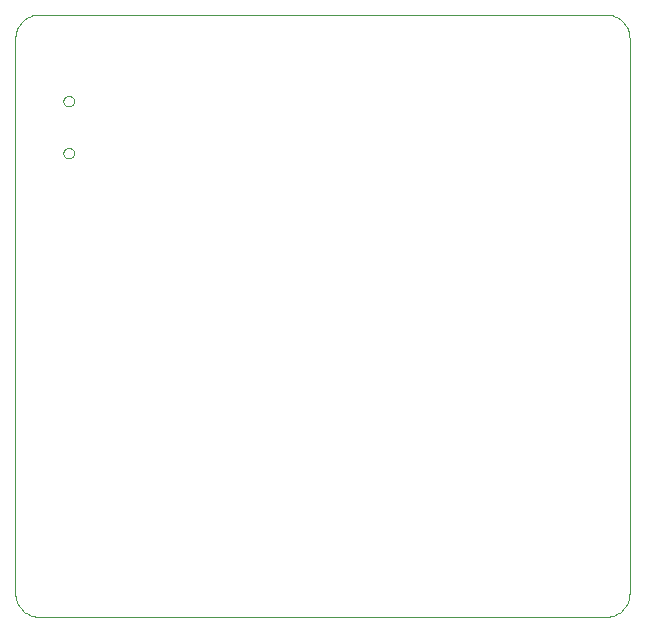
<source format=gko>
G75*
G70*
%OFA0B0*%
%FSLAX24Y24*%
%IPPOS*%
%LPD*%
%AMOC8*
5,1,8,0,0,1.08239X$1,22.5*
%
%ADD10C,0.0000*%
D10*
X001217Y000993D02*
X001217Y019497D01*
X001219Y019551D01*
X001224Y019604D01*
X001233Y019657D01*
X001246Y019709D01*
X001262Y019761D01*
X001282Y019811D01*
X001305Y019859D01*
X001332Y019906D01*
X001361Y019951D01*
X001394Y019994D01*
X001429Y020034D01*
X001467Y020072D01*
X001507Y020107D01*
X001550Y020140D01*
X001595Y020169D01*
X001642Y020196D01*
X001690Y020219D01*
X001740Y020239D01*
X001792Y020255D01*
X001844Y020268D01*
X001897Y020277D01*
X001950Y020282D01*
X002004Y020284D01*
X002004Y020285D02*
X020902Y020285D01*
X020902Y020284D02*
X020956Y020282D01*
X021009Y020277D01*
X021062Y020268D01*
X021114Y020255D01*
X021166Y020239D01*
X021216Y020219D01*
X021264Y020196D01*
X021311Y020169D01*
X021356Y020140D01*
X021399Y020107D01*
X021439Y020072D01*
X021477Y020034D01*
X021512Y019994D01*
X021545Y019951D01*
X021574Y019906D01*
X021601Y019859D01*
X021624Y019811D01*
X021644Y019761D01*
X021660Y019709D01*
X021673Y019657D01*
X021682Y019604D01*
X021687Y019551D01*
X021689Y019497D01*
X021689Y000993D01*
X021687Y000939D01*
X021682Y000886D01*
X021673Y000833D01*
X021660Y000781D01*
X021644Y000729D01*
X021624Y000679D01*
X021601Y000631D01*
X021574Y000584D01*
X021545Y000539D01*
X021512Y000496D01*
X021477Y000456D01*
X021439Y000418D01*
X021399Y000383D01*
X021356Y000350D01*
X021311Y000321D01*
X021264Y000294D01*
X021216Y000271D01*
X021166Y000251D01*
X021114Y000235D01*
X021062Y000222D01*
X021009Y000213D01*
X020956Y000208D01*
X020902Y000206D01*
X002004Y000206D01*
X001950Y000208D01*
X001897Y000213D01*
X001844Y000222D01*
X001792Y000235D01*
X001740Y000251D01*
X001690Y000271D01*
X001642Y000294D01*
X001595Y000321D01*
X001550Y000350D01*
X001507Y000383D01*
X001467Y000418D01*
X001429Y000456D01*
X001394Y000496D01*
X001361Y000539D01*
X001332Y000584D01*
X001305Y000631D01*
X001282Y000679D01*
X001262Y000729D01*
X001246Y000781D01*
X001233Y000833D01*
X001224Y000886D01*
X001219Y000939D01*
X001217Y000993D01*
X002819Y015666D02*
X002821Y015692D01*
X002827Y015718D01*
X002837Y015743D01*
X002850Y015766D01*
X002866Y015786D01*
X002886Y015804D01*
X002908Y015819D01*
X002931Y015831D01*
X002957Y015839D01*
X002983Y015843D01*
X003009Y015843D01*
X003035Y015839D01*
X003061Y015831D01*
X003085Y015819D01*
X003106Y015804D01*
X003126Y015786D01*
X003142Y015766D01*
X003155Y015743D01*
X003165Y015718D01*
X003171Y015692D01*
X003173Y015666D01*
X003171Y015640D01*
X003165Y015614D01*
X003155Y015589D01*
X003142Y015566D01*
X003126Y015546D01*
X003106Y015528D01*
X003084Y015513D01*
X003061Y015501D01*
X003035Y015493D01*
X003009Y015489D01*
X002983Y015489D01*
X002957Y015493D01*
X002931Y015501D01*
X002907Y015513D01*
X002886Y015528D01*
X002866Y015546D01*
X002850Y015566D01*
X002837Y015589D01*
X002827Y015614D01*
X002821Y015640D01*
X002819Y015666D01*
X002819Y017399D02*
X002821Y017425D01*
X002827Y017451D01*
X002837Y017476D01*
X002850Y017499D01*
X002866Y017519D01*
X002886Y017537D01*
X002908Y017552D01*
X002931Y017564D01*
X002957Y017572D01*
X002983Y017576D01*
X003009Y017576D01*
X003035Y017572D01*
X003061Y017564D01*
X003085Y017552D01*
X003106Y017537D01*
X003126Y017519D01*
X003142Y017499D01*
X003155Y017476D01*
X003165Y017451D01*
X003171Y017425D01*
X003173Y017399D01*
X003171Y017373D01*
X003165Y017347D01*
X003155Y017322D01*
X003142Y017299D01*
X003126Y017279D01*
X003106Y017261D01*
X003084Y017246D01*
X003061Y017234D01*
X003035Y017226D01*
X003009Y017222D01*
X002983Y017222D01*
X002957Y017226D01*
X002931Y017234D01*
X002907Y017246D01*
X002886Y017261D01*
X002866Y017279D01*
X002850Y017299D01*
X002837Y017322D01*
X002827Y017347D01*
X002821Y017373D01*
X002819Y017399D01*
M02*

</source>
